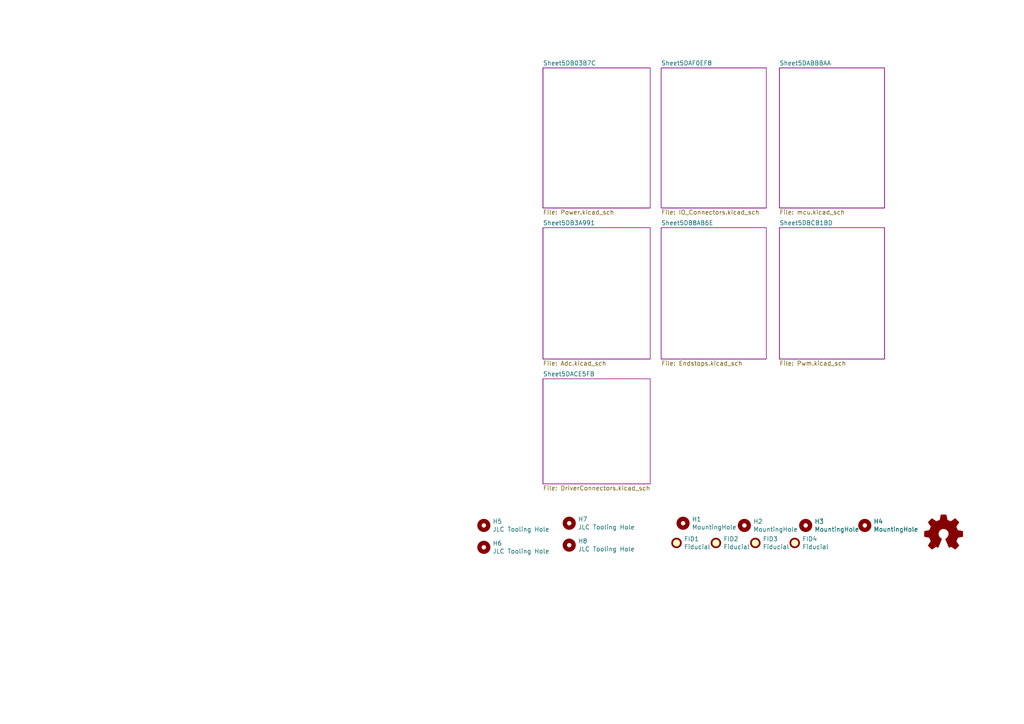
<source format=kicad_sch>
(kicad_sch (version 20200512) (host eeschema "5.99.0-unknown-4cfff6b~101~ubuntu20.04.1")
  (page 1 8)
  (paper "A4")
  (lib_symbols
    (symbol "Graphic:Logo_Open_Hardware_Small"
      (symbol "Logo_Open_Hardware_Small_0_1"
        (polyline (pts (xy 3.3528 -4.3434) (xy 3.302 -4.318) (xy 3.175 -4.2418) (xy 2.9972 -4.1148) (xy 2.7686 -3.9624) (xy 2.54 -3.81) (xy 2.3622 -3.7084) (xy 2.2352 -3.6068) (xy 2.1844 -3.5814) (xy 2.159 -3.6068) (xy 2.0574 -3.6576) (xy 1.905 -3.7338) (xy 1.8034 -3.7846) (xy 1.6764 -3.8354) (xy 1.6002 -3.8354) (xy 1.6002 -3.8354) (xy 1.5494 -3.7338) (xy 1.4732 -3.5306) (xy 1.3462 -3.302) (xy 1.2446 -3.0226) (xy 1.1176 -2.7178) (xy 0.9652 -2.413) (xy 0.8636 -2.1082) (xy 0.7366 -1.8288) (xy 0.6604 -1.6256) (xy 0.6096 -1.4732) (xy 0.5842 -1.397) (xy 0.5842 -1.397) (xy 0.6604 -1.3208) (xy 0.7874 -1.2446) (xy 1.0414 -1.016) (xy 1.2954 -0.6858) (xy 1.4478 -0.3302) (xy 1.524 0.0762) (xy 1.4732 0.4572) (xy 1.3208 0.8128) (xy 1.0668 1.143) (xy 0.762 1.3716) (xy 0.4064 1.524) (xy 0 1.5748) (xy -0.381 1.5494) (xy -0.7366 1.397) (xy -1.0668 1.143) (xy -1.2192 0.9906) (xy -1.397 0.6604) (xy -1.524 0.3048) (xy -1.524 0.2286) (xy -1.4986 -0.1778) (xy -1.397 -0.5334) (xy -1.1938 -0.8636) (xy -0.9144 -1.143) (xy -0.8636 -1.1684) (xy -0.7366 -1.27) (xy -0.635 -1.3462) (xy -0.5842 -1.397) (xy -1.0668 -2.5908) (xy -1.143 -2.794) (xy -1.2954 -3.1242) (xy -1.397 -3.4036) (xy -1.4986 -3.6322) (xy -1.5748 -3.7846) (xy -1.6002 -3.8354) (xy -1.6002 -3.8354) (xy -1.651 -3.8354) (xy -1.7272 -3.81) (xy -1.905 -3.7338) (xy -2.0066 -3.683) (xy -2.1336 -3.6068) (xy -2.2098 -3.5814) (xy -2.2606 -3.6068) (xy -2.3622 -3.683) (xy -2.54 -3.81) (xy -2.7686 -3.9624) (xy -2.9718 -4.0894) (xy -3.1496 -4.2164) (xy -3.302 -4.318) (xy -3.3528 -4.3434) (xy -3.3782 -4.3434) (xy -3.429 -4.318) (xy -3.5306 -4.2164) (xy -3.7084 -4.064) (xy -3.937 -3.8354) (xy -3.9624 -3.81) (xy -4.1656 -3.6068) (xy -4.318 -3.4544) (xy -4.4196 -3.3274) (xy -4.445 -3.2766) (xy -4.445 -3.2766) (xy -4.4196 -3.2258) (xy -4.318 -3.0734) (xy -4.2164 -2.8956) (xy -4.064 -2.667) (xy -3.6576 -2.0828) (xy -3.8862 -1.5494) (xy -3.937 -1.3716) (xy -4.0386 -1.1684) (xy -4.0894 -1.0414) (xy -4.1148 -0.9652) (xy -4.191 -0.9398) (xy -4.318 -0.9144) (xy -4.5466 -0.8636) (xy -4.8006 -0.8128) (xy -5.0546 -0.7874) (xy -5.2578 -0.7366) (xy -5.4356 -0.7112) (xy -5.5118 -0.6858) (xy -5.5118 -0.6858) (xy -5.5372 -0.635) (xy -5.5372 -0.5588) (xy -5.5372 -0.4318) (xy -5.5626 -0.2286) (xy -5.5626 0.0762) (xy -5.5626 0.127) (xy -5.5372 0.4064) (xy -5.5372 0.635) (xy -5.5372 0.762) (xy -5.5372 0.8382) (xy -5.5372 0.8382) (xy -5.461 0.8382) (xy -5.3086 0.889) (xy -5.08 0.9144) (xy -4.826 0.9652) (xy -4.8006 0.9906) (xy -4.5466 1.0414) (xy -4.318 1.0668) (xy -4.1656 1.1176) (xy -4.0894 1.143) (xy -4.0894 1.143) (xy -4.0386 1.2446) (xy -3.9624 1.4224) (xy -3.8608 1.6256) (xy -3.7846 1.8288) (xy -3.7084 2.0066) (xy -3.6576 2.159) (xy -3.6322 2.2098) (xy -3.6322 2.2098) (xy -3.683 2.286) (xy -3.7592 2.413) (xy -3.8862 2.5908) (xy -4.064 2.8194) (xy -4.064 2.8448) (xy -4.2164 3.0734) (xy -4.3434 3.2512) (xy -4.4196 3.3782) (xy -4.445 3.4544) (xy -4.445 3.4544) (xy -4.3942 3.5052) (xy -4.2926 3.6322) (xy -4.1148 3.81) (xy -3.937 4.0132) (xy -3.8608 4.064) (xy -3.6576 4.2926) (xy -3.5052 4.4196) (xy -3.4036 4.4958) (xy -3.3528 4.5212) (xy -3.3528 4.5212) (xy -3.302 4.4704) (xy -3.1496 4.3688) (xy -2.9718 4.2418) (xy -2.7432 4.0894) (xy -2.7178 4.0894) (xy -2.4892 3.937) (xy -2.3114 3.81) (xy -2.1844 3.7084) (xy -2.1336 3.683) (xy -2.1082 3.683) (xy -2.032 3.7084) (xy -1.8542 3.7592) (xy -1.6764 3.8354) (xy -1.4732 3.937) (xy -1.27 4.0132) (xy -1.143 4.064) (xy -1.0668 4.1148) (xy -1.0668 4.1148) (xy -1.0414 4.191) (xy -1.016 4.3434) (xy -0.9652 4.572) (xy -0.9144 4.8514) (xy -0.889 4.9022) (xy -0.8382 5.1562) (xy -0.8128 5.3848) (xy -0.7874 5.5372) (xy -0.762 5.588) (xy -0.7112 5.6134) (xy -0.5842 5.6134) (xy -0.4064 5.6134) (xy -0.1524 5.6134) (xy 0.0762 5.6134) (xy 0.3302 5.6134) (xy 0.5334 5.6134) (xy 0.6858 5.588) (xy 0.7366 5.588) (xy 0.7366 5.588) (xy 0.762 5.5118) (xy 0.8128 5.334) (xy 0.8382 5.1054) (xy 0.9144 4.826) (xy 0.9144 4.7752) (xy 0.9652 4.5212) (xy 1.016 4.2926) (xy 1.0414 4.1402) (xy 1.0668 4.0894) (xy 1.0668 4.0894) (xy 1.1938 4.0386) (xy 1.3716 3.9624) (xy 1.5748 3.8608) (xy 2.0828 3.6576) (xy 2.7178 4.0894) (xy 2.7686 4.1402) (xy 2.9972 4.2926) (xy 3.175 4.4196) (xy 3.302 4.4958) (xy 3.3782 4.5212) (xy 3.3782 4.5212) (xy 3.429 4.4704) (xy 3.556 4.3434) (xy 3.7338 4.191) (xy 3.9116 3.9878) (xy 4.064 3.8354) (xy 4.2418 3.6576) (xy 4.3434 3.556) (xy 4.4196 3.4798) (xy 4.4196 3.429) (xy 4.4196 3.4036) (xy 4.3942 3.3274) (xy 4.2926 3.2004) (xy 4.1656 2.9972) (xy 4.0132 2.794) (xy 3.8862 2.5908) (xy 3.7592 2.3876) (xy 3.6576 2.2352) (xy 3.6322 2.159) (xy 3.6322 2.1336) (xy 3.683 2.0066) (xy 3.7592 1.8288) (xy 3.8608 1.6002) (xy 4.064 1.1176) (xy 4.3942 1.0414) (xy 4.5974 1.016) (xy 4.8768 0.9652) (xy 5.1308 0.9144) (xy 5.5372 0.8382) (xy 5.5626 -0.6604) (xy 5.4864 -0.6858) (xy 5.4356 -0.6858) (xy 5.2832 -0.7366) (xy 5.0546 -0.762) (xy 4.8006 -0.8128) (xy 4.5974 -0.8636) (xy 4.3688 -0.9144) (xy 4.2164 -0.9398) (xy 4.1402 -0.9398) (xy 4.1148 -0.9652) (xy 4.064 -1.0668) (xy 3.9878 -1.2446) (xy 3.9116 -1.4478) (xy 3.81 -1.651) (xy 3.7338 -1.8542) (xy 3.683 -2.0066) (xy 3.6576 -2.0828) (xy 3.683 -2.1336) (xy 3.7846 -2.2606) (xy 3.8862 -2.4638) (xy 4.0386 -2.667) (xy 4.191 -2.8956) (xy 4.318 -3.0734) (xy 4.3942 -3.2004) (xy 4.445 -3.2766) (xy 4.4196 -3.3274) (xy 4.3434 -3.429) (xy 4.1656 -3.5814) (xy 3.937 -3.8354) (xy 3.8862 -3.8608) (xy 3.683 -4.064) (xy 3.5306 -4.2164) (xy 3.4036 -4.318) (xy 3.3528 -4.3434)) (fill (type outline)))
      )
    )
    (symbol "Mechanical:Fiducial" (pin_names (offset 0.508))
      (property "Reference" "FID" (at 0 5.08 0))
      (property "Value" "Fiducial" (at 0 3.175 0))
      (symbol "Fiducial_0_1"
        (circle (center 0 0) (radius 1.27) (stroke (width 0.508)) (fill (type background)))
      )
    )
    (symbol "Mechanical:MountingHole"
      (property "Reference" "H" (at 0 5.08 0))
      (property "Value" "MountingHole" (at 0 3.175 0))
      (symbol "MountingHole_0_1"
        (circle (center 0 0) (radius 1.27) (stroke (width 1.27)))
      )
    )
  )
  (symbol (lib_id "Mechanical:Fiducial") (at 196.215 157.48 0) (unit 1)
    (property "Reference" "FID1" (at 198.374 156.3116 0) (effects (justify left)))
    (property "Value" "Fiducial" (at 198.374 158.623 0) (effects (justify left)))
    (property "Footprint" "PrntrBoardV2:Fiducial_1mm_Dia_2.54mm_Outer_CopperTop" (effects hide))
  )
  (symbol (lib_id "Mechanical:Fiducial") (at 207.645 157.48 0) (unit 1)
    (property "Reference" "FID2" (at 209.804 156.3116 0) (effects (justify left)))
    (property "Value" "Fiducial" (at 209.804 158.623 0) (effects (justify left)))
    (property "Footprint" "PrntrBoardV2:Fiducial_1mm_Dia_2.54mm_Outer_CopperTop" (effects hide))
  )
  (symbol (lib_id "Mechanical:Fiducial") (at 219.075 157.48 0) (unit 1)
    (property "Reference" "FID3" (at 221.234 156.3116 0) (effects (justify left)))
    (property "Value" "Fiducial" (at 221.234 158.623 0) (effects (justify left)))
    (property "Footprint" "PrntrBoardV2:Fiducial_1mm_Dia_2.54mm_Outer_CopperTop" (effects hide))
  )
  (symbol (lib_id "Mechanical:Fiducial") (at 230.505 157.48 0) (unit 1)
    (property "Reference" "FID4" (at 232.664 156.3116 0) (effects (justify left)))
    (property "Value" "Fiducial" (at 232.664 158.623 0) (effects (justify left)))
    (property "Footprint" "PrntrBoardV2:Fiducial_1mm_Dia_2.54mm_Outer_CopperTop" (effects hide))
  )
  (symbol (lib_id "Mechanical:MountingHole") (at 140.335 152.4 0) (unit 1)
    (property "Reference" "H5" (at 142.875 151.2316 0) (effects (justify left)))
    (property "Value" "JLC Tooling Hole" (at 142.875 153.543 0) (effects (justify left)))
    (property "Footprint" "PrntrBoardV2:JLC_Tool_hole" (effects hide))
  )
  (symbol (lib_id "Mechanical:MountingHole") (at 140.335 158.75 0) (unit 1)
    (property "Reference" "H6" (at 142.875 157.5816 0) (effects (justify left)))
    (property "Value" "JLC Tooling Hole" (at 142.875 159.893 0) (effects (justify left)))
    (property "Footprint" "PrntrBoardV2:JLC_Tool_hole" (effects hide))
  )
  (symbol (lib_id "Mechanical:MountingHole") (at 165.1 151.765 0) (unit 1)
    (property "Reference" "H7" (at 167.64 150.5966 0) (effects (justify left)))
    (property "Value" "JLC Tooling Hole" (at 167.64 152.908 0) (effects (justify left)))
    (property "Footprint" "PrntrBoardV2:JLC_Tool_hole" (effects hide))
  )
  (symbol (lib_id "Mechanical:MountingHole") (at 165.1 158.115 0) (unit 1)
    (property "Reference" "H8" (at 167.64 156.9466 0) (effects (justify left)))
    (property "Value" "JLC Tooling Hole" (at 167.64 159.258 0) (effects (justify left)))
    (property "Footprint" "PrntrBoardV2:JLC_Tool_hole" (effects hide))
  )
  (symbol (lib_id "Mechanical:MountingHole") (at 198.12 151.765 0) (unit 1)
    (property "Reference" "H1" (at 200.66 150.5966 0) (effects (justify left)))
    (property "Value" "MountingHole" (at 200.66 152.908 0) (effects (justify left)))
    (property "Footprint" "MountingHole:MountingHole_3.2mm_M3" (effects hide))
  )
  (symbol (lib_id "Mechanical:MountingHole") (at 215.9 152.4 0) (unit 1)
    (property "Reference" "H2" (at 218.44 151.2316 0) (effects (justify left)))
    (property "Value" "MountingHole" (at 218.44 153.543 0) (effects (justify left)))
    (property "Footprint" "MountingHole:MountingHole_3.2mm_M3" (effects hide))
  )
  (symbol (lib_id "Mechanical:MountingHole") (at 233.68 152.4 0) (unit 1)
    (property "Reference" "H3" (at 236.22 151.2316 0) (effects (justify left)))
    (property "Value" "MountingHole" (at 236.22 153.543 0) (effects (justify left)))
    (property "Footprint" "MountingHole:MountingHole_3.2mm_M3" (effects hide))
  )
  (symbol (lib_id "Mechanical:MountingHole") (at 250.825 152.4 0) (unit 1)
    (property "Reference" "H4" (at 253.365 151.2316 0) (effects (justify left)))
    (property "Value" "MountingHole" (at 253.365 153.543 0) (effects (justify left)))
    (property "Footprint" "MountingHole:MountingHole_3.2mm_M3" (effects hide))
  )
  (symbol (lib_id "Graphic:Logo_Open_Hardware_Small") (at 273.685 154.94 0) (unit 1)
    (property "Reference" "LOGO1" (effects hide))
    (property "Value" "Logo_Open_Hardware_Small" (effects hide))
    (property "Footprint" "Symbol:OSHW-Logo2_9.8x8mm_SilkScreen" (effects hide))
  )
  (sheet (at 226.06 19.685) (size 30.48 40.64) (stroke (color 132 0 132 1)) (fill (color 255 255 255 0.0000))
    (property "Sheet name" "Sheet5DABBBAA" (at 226.06 19.0495 0) (effects (justify left bottom)))
    (property "Sheet file" "mcu.kicad_sch" (at 226.06 60.8335 0) (effects (justify left top)))
  )
  (sheet (at 157.48 109.855) (size 31.115 30.48) (stroke (color 132 0 132 1)) (fill (color 255 255 255 0.0000))
    (property "Sheet name" "Sheet5DACE5FB" (at 157.48 109.2195 0) (effects (justify left bottom)))
    (property "Sheet file" "DriverConnectors.kicad_sch" (at 157.48 140.8435 0) (effects (justify left top)))
  )
  (sheet (at 191.77 19.685) (size 30.48 40.64) (stroke (color 132 0 132 1)) (fill (color 255 255 255 0.0000))
    (property "Sheet name" "Sheet5DAF0EF8" (at 191.77 19.0495 0) (effects (justify left bottom)))
    (property "Sheet file" "IO_Connectors.kicad_sch" (at 191.77 60.8335 0) (effects (justify left top)))
  )
  (sheet (at 157.48 19.685) (size 31.115 40.64) (stroke (color 132 0 132 1)) (fill (color 255 255 255 0.0000))
    (property "Sheet name" "Sheet5DB03B7C" (at 157.48 19.0495 0) (effects (justify left bottom)))
    (property "Sheet file" "Power.kicad_sch" (at 157.48 60.8335 0) (effects (justify left top)))
  )
  (sheet (at 157.48 66.04) (size 31.115 38.1) (stroke (color 132 0 132 1)) (fill (color 255 255 255 0.0000))
    (property "Sheet name" "Sheet5DB3A991" (at 157.48 65.4045 0) (effects (justify left bottom)))
    (property "Sheet file" "Adc.kicad_sch" (at 157.48 104.6485 0) (effects (justify left top)))
  )
  (sheet (at 191.77 66.04) (size 30.48 38.1) (stroke (color 132 0 132 1)) (fill (color 255 255 255 0.0000))
    (property "Sheet name" "Sheet5DB8AB6E" (at 191.77 65.4045 0) (effects (justify left bottom)))
    (property "Sheet file" "Endstops.kicad_sch" (at 191.77 104.6485 0) (effects (justify left top)))
  )
  (sheet (at 226.06 66.04) (size 30.48 38.1) (stroke (color 132 0 132 1)) (fill (color 255 255 255 0.0000))
    (property "Sheet name" "Sheet5DBCB1BD" (at 226.06 65.4045 0) (effects (justify left bottom)))
    (property "Sheet file" "Pwm.kicad_sch" (at 226.06 104.6485 0) (effects (justify left top)))
  )
)
</source>
